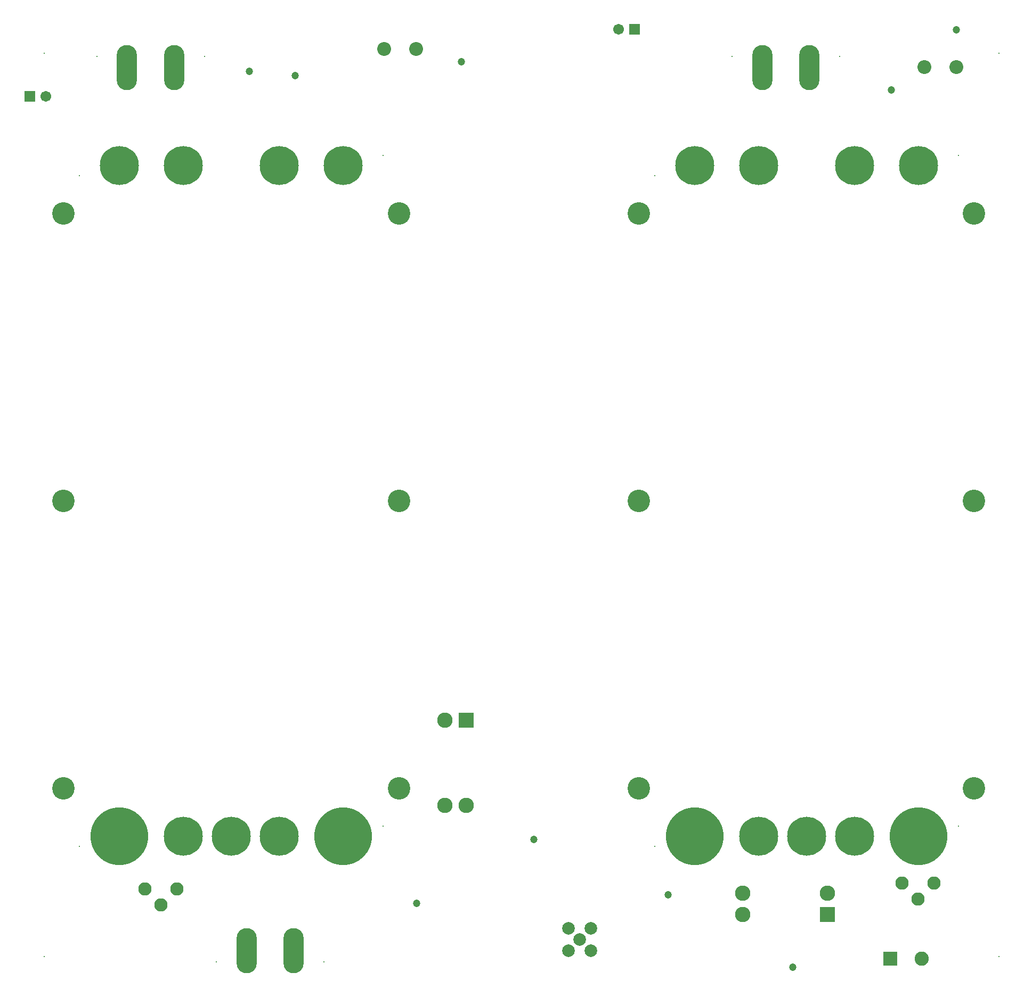
<source format=gbr>
%TF.GenerationSoftware,Altium Limited,Altium Designer,19.1.8 (144)*%
G04 Layer_Color=16711935*
%FSLAX25Y25*%
%MOIN*%
%TF.FileFunction,Soldermask,Bot*%
%TF.Part,Single*%
G01*
G75*
%TA.AperFunction,ComponentPad*%
%ADD27C,0.09646*%
%ADD28R,0.09646X0.09646*%
%ADD30R,0.09646X0.09646*%
%ADD34C,0.24422*%
%ADD35C,0.36233*%
%ADD36C,0.14107*%
%ADD37C,0.00800*%
%ADD38C,0.04737*%
%ADD39R,0.08871X0.08871*%
%ADD40C,0.08871*%
%ADD41C,0.07887*%
%ADD42R,0.06706X0.06706*%
%ADD43C,0.06706*%
%ADD44C,0.08674*%
%ADD45O,0.12611X0.28359*%
%ADD46C,0.08300*%
%TA.AperFunction,ViaPad*%
%ADD47C,0.00800*%
%ADD48C,0.07887*%
D27*
X276307Y123484D02*
D03*
X289693D02*
D03*
X276307Y176516D02*
D03*
X462484Y55020D02*
D03*
Y68406D02*
D03*
X515516D02*
D03*
D28*
X289693Y176516D02*
D03*
D30*
X515516Y55020D02*
D03*
D34*
X112500Y104000D02*
D03*
X142500D02*
D03*
X172500D02*
D03*
X472421D02*
D03*
X502421D02*
D03*
X532421D02*
D03*
X572421Y524000D02*
D03*
X532421D02*
D03*
X472421D02*
D03*
X432421D02*
D03*
X212500D02*
D03*
X172500D02*
D03*
X112500D02*
D03*
X72500D02*
D03*
D35*
X72500Y104000D02*
D03*
X212500D02*
D03*
X432421D02*
D03*
X572421D02*
D03*
D36*
X37579Y134000D02*
D03*
Y314000D02*
D03*
Y494000D02*
D03*
X247421Y314000D02*
D03*
X397500D02*
D03*
X247421Y134000D02*
D03*
X397500D02*
D03*
X607342D02*
D03*
Y314000D02*
D03*
Y494000D02*
D03*
X397500D02*
D03*
X247421D02*
D03*
D37*
X47500Y97700D02*
D03*
X133217Y25287D02*
D03*
X200500D02*
D03*
X237500Y110300D02*
D03*
X407421Y97700D02*
D03*
X597421Y110300D02*
D03*
Y530300D02*
D03*
X523157Y592370D02*
D03*
X455874D02*
D03*
X407421Y517700D02*
D03*
X237500Y530300D02*
D03*
X125757Y592346D02*
D03*
X58473D02*
D03*
X47500Y517700D02*
D03*
D38*
X258500Y62000D02*
D03*
X332000Y101936D02*
D03*
X416032Y67181D02*
D03*
X494000Y21872D02*
D03*
X555500Y571314D02*
D03*
X596343Y608937D02*
D03*
X286500Y589000D02*
D03*
X182468Y580500D02*
D03*
X154000Y583000D02*
D03*
D39*
X554727Y27200D02*
D03*
D40*
X574412Y27200D02*
D03*
D41*
X353581Y32324D02*
D03*
X367500D02*
D03*
Y46244D02*
D03*
X360540Y39284D02*
D03*
X353581Y46244D02*
D03*
D42*
X16500Y567500D02*
D03*
X395000Y609500D02*
D03*
D43*
X26500Y567500D02*
D03*
X385000Y609500D02*
D03*
D44*
X596343Y585658D02*
D03*
X576342D02*
D03*
X258343Y597157D02*
D03*
X238342D02*
D03*
D45*
X152114Y32394D02*
D03*
X181602D02*
D03*
X504259Y585264D02*
D03*
X474771D02*
D03*
X106859Y585240D02*
D03*
X77371D02*
D03*
D46*
X98500Y61059D02*
D03*
X108500Y71059D02*
D03*
X88500D02*
D03*
X562201Y74668D02*
D03*
X572201Y64668D02*
D03*
X582201Y74668D02*
D03*
D47*
X25500Y28780D02*
D03*
Y594500D02*
D03*
X623000Y28780D02*
D03*
Y594500D02*
D03*
D48*
X353581Y32324D02*
D03*
X367500D02*
D03*
Y46244D02*
D03*
X353581D02*
D03*
X360540Y39284D02*
D03*
%TF.MD5,d5e435ba8cde19545baf392cf0c48453*%
M02*

</source>
